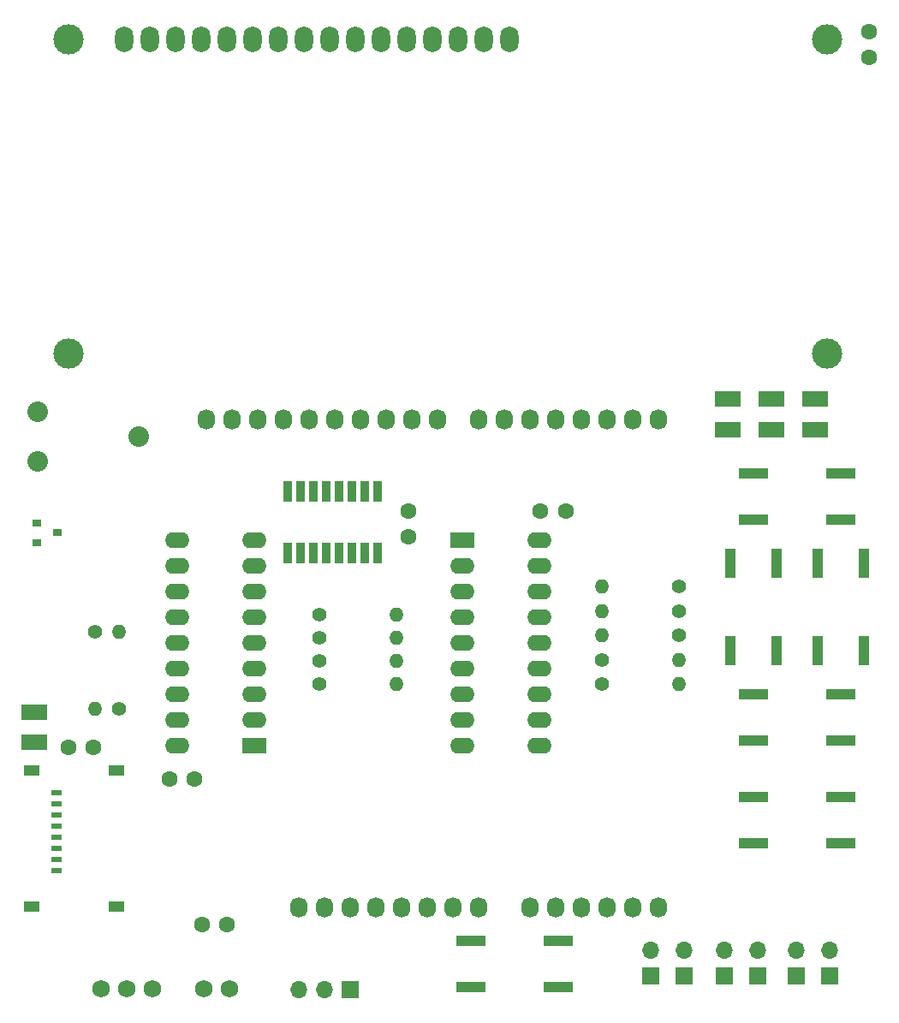
<source format=gbr>
G04 #@! TF.FileFunction,Soldermask,Top*
%FSLAX46Y46*%
G04 Gerber Fmt 4.6, Leading zero omitted, Abs format (unit mm)*
G04 Created by KiCad (PCBNEW 4.0.5) date 05/03/17 08:17:14*
%MOMM*%
%LPD*%
G01*
G04 APERTURE LIST*
%ADD10C,0.100000*%
%ADD11O,1.800000X2.600000*%
%ADD12C,3.000000*%
%ADD13R,2.400000X1.600000*%
%ADD14O,2.400000X1.600000*%
%ADD15C,1.600000*%
%ADD16R,2.590800X1.498600*%
%ADD17R,1.049020X0.599440*%
%ADD18R,1.501140X1.049020*%
%ADD19R,1.700000X1.700000*%
%ADD20O,1.700000X1.700000*%
%ADD21O,1.727200X2.032000*%
%ADD22R,0.900000X0.800000*%
%ADD23C,2.032000*%
%ADD24R,3.000000X1.000000*%
%ADD25R,1.000000X3.000000*%
%ADD26C,1.752600*%
%ADD27R,0.889000X2.032000*%
%ADD28C,1.400000*%
%ADD29O,1.400000X1.400000*%
G04 APERTURE END LIST*
D10*
D11*
X121666000Y-37973000D03*
X124206000Y-37973000D03*
X126746000Y-37973000D03*
X129286000Y-37973000D03*
X131826000Y-37973000D03*
X134366000Y-37973000D03*
X136906000Y-37973000D03*
X139446000Y-37973000D03*
X141986000Y-37973000D03*
X144526000Y-37973000D03*
X147066000Y-37973000D03*
X149606000Y-37973000D03*
X152146000Y-37973000D03*
X154686000Y-37973000D03*
X157226000Y-37973000D03*
X159766000Y-37973000D03*
D12*
X116166900Y-37973000D03*
X116166900Y-68973700D03*
X191165480Y-68973700D03*
X191165480Y-37973000D03*
D13*
X134493000Y-107823000D03*
D14*
X126873000Y-87503000D03*
X134493000Y-105283000D03*
X126873000Y-90043000D03*
X134493000Y-102743000D03*
X126873000Y-92583000D03*
X134493000Y-100203000D03*
X126873000Y-95123000D03*
X134493000Y-97663000D03*
X126873000Y-97663000D03*
X134493000Y-95123000D03*
X126873000Y-100203000D03*
X134493000Y-92583000D03*
X126873000Y-102743000D03*
X134493000Y-90043000D03*
X126873000Y-105283000D03*
X134493000Y-87503000D03*
X126873000Y-107823000D03*
D15*
X126111000Y-111125000D03*
X128611000Y-111125000D03*
X118618000Y-107950000D03*
X116118000Y-107950000D03*
X162814000Y-84582000D03*
X165314000Y-84582000D03*
X149733000Y-87122000D03*
X149733000Y-84622000D03*
X195326000Y-37211000D03*
X195326000Y-39711000D03*
X131826000Y-125476000D03*
X129326000Y-125476000D03*
D16*
X181356000Y-73533000D03*
X181356000Y-76530200D03*
X185674000Y-73533000D03*
X185674000Y-76530200D03*
X189992000Y-73533000D03*
X189992000Y-76530200D03*
X112776000Y-107442000D03*
X112776000Y-104444800D03*
D17*
X114990880Y-120136920D03*
X114990880Y-119037100D03*
X114990880Y-117937280D03*
X114990880Y-116837460D03*
X114990880Y-115737640D03*
X114990880Y-114637820D03*
X114990880Y-113538000D03*
X114990880Y-112438180D03*
D18*
X112461040Y-123692920D03*
X112461040Y-110241080D03*
X120860820Y-123692920D03*
X120860820Y-110241080D03*
D19*
X188087000Y-130556000D03*
D20*
X188087000Y-128016000D03*
D19*
X180975000Y-130556000D03*
D20*
X180975000Y-128016000D03*
D19*
X191389000Y-130556000D03*
D20*
X191389000Y-128016000D03*
D19*
X184277000Y-130556000D03*
D20*
X184277000Y-128016000D03*
D19*
X173736000Y-130556000D03*
D20*
X173736000Y-128016000D03*
D19*
X177038000Y-130556000D03*
D20*
X177038000Y-128016000D03*
D19*
X144018000Y-131953000D03*
D20*
X141478000Y-131953000D03*
X138938000Y-131953000D03*
D21*
X161798000Y-123825000D03*
X164338000Y-123825000D03*
X166878000Y-123825000D03*
X169418000Y-123825000D03*
X171958000Y-123825000D03*
X174498000Y-123825000D03*
X129794000Y-75565000D03*
X132334000Y-75565000D03*
X134874000Y-75565000D03*
X137414000Y-75565000D03*
X139954000Y-75565000D03*
X142494000Y-75565000D03*
X145034000Y-75565000D03*
X147574000Y-75565000D03*
X150114000Y-75565000D03*
X152654000Y-75565000D03*
X156718000Y-75565000D03*
X159258000Y-75565000D03*
X161798000Y-75565000D03*
X164338000Y-75565000D03*
X166878000Y-75565000D03*
X169418000Y-75565000D03*
X171958000Y-75565000D03*
X174498000Y-75565000D03*
D22*
X113046000Y-85791000D03*
X113046000Y-87691000D03*
X115046000Y-86741000D03*
D23*
X113055400Y-74726800D03*
X123063000Y-77216000D03*
X113055400Y-79705200D03*
D24*
X183896000Y-85471000D03*
X192532000Y-85471000D03*
X183896000Y-80899000D03*
X192532000Y-80899000D03*
D25*
X186182000Y-98425000D03*
X186182000Y-89789000D03*
X181610000Y-98425000D03*
X181610000Y-89789000D03*
X194818000Y-98425000D03*
X194818000Y-89789000D03*
X190246000Y-98425000D03*
X190246000Y-89789000D03*
D24*
X183896000Y-107315000D03*
X192532000Y-107315000D03*
X183896000Y-102743000D03*
X192532000Y-102743000D03*
X183896000Y-117475000D03*
X192532000Y-117475000D03*
X183896000Y-112903000D03*
X192532000Y-112903000D03*
D26*
X132080000Y-131826000D03*
X129540000Y-131826000D03*
X124460000Y-131826000D03*
X121920000Y-131826000D03*
X119380000Y-131826000D03*
D13*
X155067000Y-87503000D03*
D14*
X162687000Y-107823000D03*
X155067000Y-90043000D03*
X162687000Y-105283000D03*
X155067000Y-92583000D03*
X162687000Y-102743000D03*
X155067000Y-95123000D03*
X162687000Y-100203000D03*
X155067000Y-97663000D03*
X162687000Y-97663000D03*
X155067000Y-100203000D03*
X162687000Y-95123000D03*
X155067000Y-102743000D03*
X162687000Y-92583000D03*
X155067000Y-105283000D03*
X162687000Y-90043000D03*
X155067000Y-107823000D03*
X162687000Y-87503000D03*
D27*
X146685000Y-82677000D03*
X145415000Y-82677000D03*
X144145000Y-82677000D03*
X142875000Y-82677000D03*
X141605000Y-82677000D03*
X140335000Y-82677000D03*
X139065000Y-82677000D03*
X137795000Y-82677000D03*
X137795000Y-88773000D03*
X139065000Y-88773000D03*
X140335000Y-88773000D03*
X141605000Y-88773000D03*
X142875000Y-88773000D03*
X144145000Y-88773000D03*
X145415000Y-88773000D03*
X146685000Y-88773000D03*
D28*
X140970000Y-97155000D03*
D29*
X148590000Y-97155000D03*
D28*
X140970000Y-101727000D03*
D29*
X148590000Y-101727000D03*
D28*
X140970000Y-94869000D03*
D29*
X148590000Y-94869000D03*
D28*
X140970000Y-99441000D03*
D29*
X148590000Y-99441000D03*
D28*
X118745000Y-96520000D03*
D29*
X118745000Y-104140000D03*
D28*
X176530000Y-92075000D03*
D29*
X168910000Y-92075000D03*
D28*
X176530000Y-94488000D03*
D29*
X168910000Y-94488000D03*
D28*
X176530000Y-96901000D03*
D29*
X168910000Y-96901000D03*
D28*
X168910000Y-101727000D03*
D29*
X176530000Y-101727000D03*
D28*
X168910000Y-99314000D03*
D29*
X176530000Y-99314000D03*
D28*
X121158000Y-104140000D03*
D29*
X121158000Y-96520000D03*
D24*
X155956000Y-131699000D03*
X164592000Y-131699000D03*
X155956000Y-127127000D03*
X164592000Y-127127000D03*
D21*
X138938000Y-123825000D03*
X141478000Y-123825000D03*
X144018000Y-123825000D03*
X146558000Y-123825000D03*
X149098000Y-123825000D03*
X151638000Y-123825000D03*
X154178000Y-123825000D03*
X156718000Y-123825000D03*
M02*

</source>
